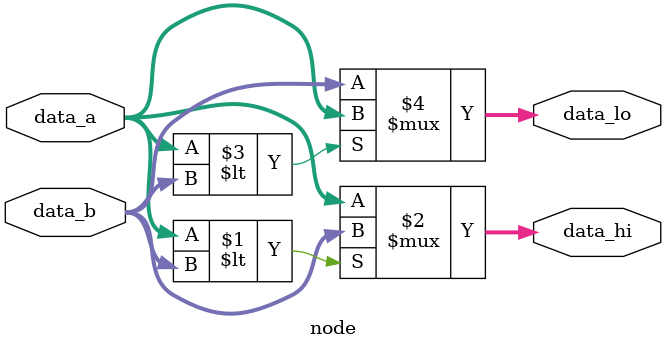
<source format=v>
`timescale 1ns / 1ps
module median(
    input [7:0] x2_y1,
    input [7:0] x2_y0,
    input [7:0] x2_ym1,

    output [7:0] m

);

    // Connection signals
    wire [7:0] node_u0_hi;
    wire [7:0] node_u0_lo;

    wire [7:0] node_u4_hi;
    wire [7:0] node_u4_lo;

    wire [7:0] node_u8_hi;
    wire [7:0] node_u8_lo;



    assign m = node_u8_lo;


    // Column 3
    node node_u0 (
        .data_a(x2_y1),
        .data_b(x2_y0),

        .data_hi(node_u0_hi),
        .data_lo(node_u0_lo)
    );


    node  node_u4 (
        .data_a(node_u0_lo),
        .data_b(x2_ym1),

        .data_hi(node_u4_hi),
        .data_lo(node_u4_lo)
    );


    node node_u8 (
        .data_a(node_u0_hi),
        .data_b(node_u4_hi),

        .data_hi(node_u8_hi),
        .data_lo(node_u8_lo)
    );

 

endmodule


module node
(
    input [7:0] data_a,
    input [7:0] data_b,

    output  [7:0] data_hi,
    output  [7:0] data_lo
);


	assign data_hi = (data_a < data_b) ? data_b : data_a;
	assign data_lo = (data_a < data_b) ? data_a : data_b;

endmodule
</source>
